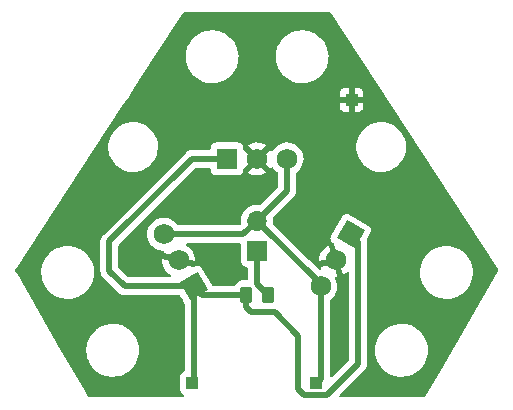
<source format=gtl>
G04 #@! TF.GenerationSoftware,KiCad,Pcbnew,(6.0.7-1)-1*
G04 #@! TF.CreationDate,2022-12-01T13:28:40-08:00*
G04 #@! TF.ProjectId,can-hub-pcb,63616e2d-6875-4622-9d70-63622e6b6963,rev?*
G04 #@! TF.SameCoordinates,Original*
G04 #@! TF.FileFunction,Copper,L1,Top*
G04 #@! TF.FilePolarity,Positive*
%FSLAX46Y46*%
G04 Gerber Fmt 4.6, Leading zero omitted, Abs format (unit mm)*
G04 Created by KiCad (PCBNEW (6.0.7-1)-1) date 2022-12-01 13:28:40*
%MOMM*%
%LPD*%
G01*
G04 APERTURE LIST*
G04 Aperture macros list*
%AMRoundRect*
0 Rectangle with rounded corners*
0 $1 Rounding radius*
0 $2 $3 $4 $5 $6 $7 $8 $9 X,Y pos of 4 corners*
0 Add a 4 corners polygon primitive as box body*
4,1,4,$2,$3,$4,$5,$6,$7,$8,$9,$2,$3,0*
0 Add four circle primitives for the rounded corners*
1,1,$1+$1,$2,$3*
1,1,$1+$1,$4,$5*
1,1,$1+$1,$6,$7*
1,1,$1+$1,$8,$9*
0 Add four rect primitives between the rounded corners*
20,1,$1+$1,$2,$3,$4,$5,0*
20,1,$1+$1,$4,$5,$6,$7,0*
20,1,$1+$1,$6,$7,$8,$9,0*
20,1,$1+$1,$8,$9,$2,$3,0*%
%AMRotRect*
0 Rectangle, with rotation*
0 The origin of the aperture is its center*
0 $1 length*
0 $2 width*
0 $3 Rotation angle, in degrees counterclockwise*
0 Add horizontal line*
21,1,$1,$2,0,0,$3*%
G04 Aperture macros list end*
G04 #@! TA.AperFunction,ComponentPad*
%ADD10R,1.700000X1.700000*%
G04 #@! TD*
G04 #@! TA.AperFunction,ComponentPad*
%ADD11O,1.700000X1.700000*%
G04 #@! TD*
G04 #@! TA.AperFunction,SMDPad,CuDef*
%ADD12RoundRect,0.250000X0.262500X0.450000X-0.262500X0.450000X-0.262500X-0.450000X0.262500X-0.450000X0*%
G04 #@! TD*
G04 #@! TA.AperFunction,SMDPad,CuDef*
%ADD13R,1.000000X1.000000*%
G04 #@! TD*
G04 #@! TA.AperFunction,ComponentPad*
%ADD14R,1.755000X1.755000*%
G04 #@! TD*
G04 #@! TA.AperFunction,ComponentPad*
%ADD15C,1.755000*%
G04 #@! TD*
G04 #@! TA.AperFunction,ComponentPad*
%ADD16RotRect,1.755000X1.755000X60.000000*%
G04 #@! TD*
G04 #@! TA.AperFunction,ComponentPad*
%ADD17RotRect,1.755000X1.755000X300.000000*%
G04 #@! TD*
G04 #@! TA.AperFunction,Conductor*
%ADD18C,0.500000*%
G04 #@! TD*
G04 APERTURE END LIST*
D10*
X157500000Y-100775000D03*
D11*
X157500000Y-98235000D03*
D12*
X158412500Y-104500000D03*
X156587500Y-104500000D03*
D13*
X152000000Y-112000000D03*
D14*
X154960000Y-93006000D03*
D15*
X157500000Y-93006000D03*
X160040000Y-93006000D03*
D16*
X165417000Y-99392000D03*
D15*
X164147000Y-101591705D03*
X162877000Y-103791409D03*
D17*
X152123000Y-103791000D03*
D15*
X150853000Y-101591295D03*
X149583000Y-99391591D03*
D13*
X165500000Y-88000000D03*
X162500000Y-112000000D03*
D18*
X162877000Y-111623000D02*
X162500000Y-112000000D01*
X160040000Y-93006000D02*
X160040000Y-95695000D01*
X157500000Y-98235000D02*
X162877000Y-103612000D01*
X160040000Y-95695000D02*
X157500000Y-98235000D01*
X162877000Y-103612000D02*
X162877000Y-103791409D01*
X149583000Y-99391591D02*
X156343409Y-99391591D01*
X162877000Y-103791409D02*
X162877000Y-111623000D01*
X156343409Y-99391591D02*
X157500000Y-98235000D01*
X161000000Y-108000000D02*
X161000000Y-112500000D01*
X166059374Y-100034374D02*
X166059374Y-110340626D01*
X146291000Y-103791000D02*
X152123000Y-103791000D01*
X165417000Y-99392000D02*
X166059374Y-100034374D01*
X151994000Y-93006000D02*
X145000000Y-100000000D01*
X163400000Y-113000000D02*
X161500000Y-113000000D01*
X152832000Y-104500000D02*
X152123000Y-103791000D01*
X157000000Y-106000000D02*
X156587500Y-105587500D01*
X152123000Y-111877000D02*
X152000000Y-112000000D01*
X161500000Y-113000000D02*
X161000000Y-112500000D01*
X157000000Y-106000000D02*
X159000000Y-106000000D01*
X156587500Y-105587500D02*
X156587500Y-104500000D01*
X159000000Y-106000000D02*
X161000000Y-108000000D01*
X145000000Y-102500000D02*
X146291000Y-103791000D01*
X152123000Y-103791000D02*
X152123000Y-111877000D01*
X154960000Y-93006000D02*
X151994000Y-93006000D01*
X145000000Y-100000000D02*
X145000000Y-102500000D01*
X156587500Y-104500000D02*
X152832000Y-104500000D01*
X166059374Y-110340626D02*
X163400000Y-113000000D01*
X157500000Y-103587500D02*
X158412500Y-104500000D01*
X157500000Y-100775000D02*
X157500000Y-103587500D01*
G04 #@! TA.AperFunction,Conductor*
G36*
X163723852Y-80628502D02*
G01*
X163761363Y-80665814D01*
X177861984Y-102351597D01*
X177882349Y-102419610D01*
X177865571Y-102483107D01*
X172946350Y-111034982D01*
X171742214Y-113128326D01*
X171690909Y-113177401D01*
X171632994Y-113191500D01*
X164585371Y-113191500D01*
X164517250Y-113171498D01*
X164470757Y-113117842D01*
X164460653Y-113047568D01*
X164490147Y-112982988D01*
X164496276Y-112976405D01*
X166548285Y-110924396D01*
X166562697Y-110912010D01*
X166574292Y-110903477D01*
X166574297Y-110903472D01*
X166580192Y-110899134D01*
X166584931Y-110893556D01*
X166584934Y-110893553D01*
X166614409Y-110858858D01*
X166621339Y-110851342D01*
X166627035Y-110845646D01*
X166629298Y-110842785D01*
X166629303Y-110842780D01*
X166644667Y-110823360D01*
X166647456Y-110819959D01*
X166649117Y-110818004D01*
X166694707Y-110764341D01*
X166698033Y-110757828D01*
X166701394Y-110752789D01*
X166704570Y-110747647D01*
X166709108Y-110741910D01*
X166740029Y-110675751D01*
X166741935Y-110671851D01*
X166750650Y-110654784D01*
X166775143Y-110606818D01*
X166776882Y-110599709D01*
X166778978Y-110594075D01*
X166780897Y-110588305D01*
X166783996Y-110581676D01*
X166790133Y-110552175D01*
X166798864Y-110510197D01*
X166799835Y-110505908D01*
X166815847Y-110440470D01*
X166817182Y-110435016D01*
X166817874Y-110423862D01*
X166817909Y-110423864D01*
X166818149Y-110419892D01*
X166818526Y-110415671D01*
X166820015Y-110408511D01*
X166817920Y-110331084D01*
X166817874Y-110327676D01*
X166817874Y-109258141D01*
X167486451Y-109258141D01*
X167486814Y-109262289D01*
X167486814Y-109262293D01*
X167511946Y-109549554D01*
X167511947Y-109549562D01*
X167512311Y-109553720D01*
X167577036Y-109843282D01*
X167578478Y-109847202D01*
X167578480Y-109847208D01*
X167656990Y-110060594D01*
X167679488Y-110121741D01*
X167681439Y-110125441D01*
X167681441Y-110125446D01*
X167797313Y-110345216D01*
X167817869Y-110384203D01*
X167989747Y-110626058D01*
X168192101Y-110843057D01*
X168421377Y-111031386D01*
X168673547Y-111187738D01*
X168944181Y-111309366D01*
X169116849Y-111360841D01*
X169224524Y-111392940D01*
X169224526Y-111392940D01*
X169228523Y-111394132D01*
X169232643Y-111394785D01*
X169232645Y-111394785D01*
X169250040Y-111397540D01*
X169521578Y-111440547D01*
X169566605Y-111442592D01*
X169612956Y-111444697D01*
X169612975Y-111444697D01*
X169614375Y-111444761D01*
X169799723Y-111444761D01*
X170020515Y-111430096D01*
X170311369Y-111371449D01*
X170591912Y-111274851D01*
X170595655Y-111272977D01*
X170595659Y-111272975D01*
X170853471Y-111143872D01*
X170853473Y-111143871D01*
X170857215Y-111141997D01*
X170985564Y-111054771D01*
X171099158Y-110977573D01*
X171099161Y-110977571D01*
X171102617Y-110975222D01*
X171323805Y-110777457D01*
X171326874Y-110773877D01*
X171481214Y-110593805D01*
X171516895Y-110552175D01*
X171519170Y-110548672D01*
X171676222Y-110306833D01*
X171676224Y-110306830D01*
X171678494Y-110303334D01*
X171805763Y-110035307D01*
X171807174Y-110030912D01*
X171895185Y-109756791D01*
X171895186Y-109756785D01*
X171896465Y-109752803D01*
X171931623Y-109557400D01*
X171948268Y-109464893D01*
X171948269Y-109464888D01*
X171949007Y-109460784D01*
X171949216Y-109456201D01*
X171962278Y-109168551D01*
X171962278Y-109168546D01*
X171962467Y-109164381D01*
X171954456Y-109072814D01*
X171936972Y-108872968D01*
X171936971Y-108872960D01*
X171936607Y-108868802D01*
X171871882Y-108579240D01*
X171870288Y-108574905D01*
X171770877Y-108304713D01*
X171770875Y-108304709D01*
X171769430Y-108300781D01*
X171757038Y-108277276D01*
X171633002Y-108042023D01*
X171633001Y-108042022D01*
X171631049Y-108038319D01*
X171459171Y-107796464D01*
X171256817Y-107579465D01*
X171142179Y-107485301D01*
X171030766Y-107393785D01*
X171027541Y-107391136D01*
X170775371Y-107234784D01*
X170504737Y-107113156D01*
X170332069Y-107061681D01*
X170224394Y-107029582D01*
X170224392Y-107029582D01*
X170220395Y-107028390D01*
X170216275Y-107027737D01*
X170216273Y-107027737D01*
X170097353Y-107008902D01*
X169927340Y-106981975D01*
X169882313Y-106979930D01*
X169835962Y-106977825D01*
X169835943Y-106977825D01*
X169834543Y-106977761D01*
X169649195Y-106977761D01*
X169428403Y-106992426D01*
X169137549Y-107051073D01*
X168857006Y-107147671D01*
X168853263Y-107149545D01*
X168853259Y-107149547D01*
X168679455Y-107236582D01*
X168591703Y-107280525D01*
X168588238Y-107282880D01*
X168429546Y-107390727D01*
X168346301Y-107447300D01*
X168125113Y-107645065D01*
X167932023Y-107870347D01*
X167929749Y-107873849D01*
X167929748Y-107873850D01*
X167825157Y-108034907D01*
X167770424Y-108119188D01*
X167643155Y-108387215D01*
X167641876Y-108391198D01*
X167641875Y-108391201D01*
X167553865Y-108665322D01*
X167552453Y-108669719D01*
X167551712Y-108673838D01*
X167515603Y-108874527D01*
X167499911Y-108961738D01*
X167499722Y-108965905D01*
X167499721Y-108965912D01*
X167490538Y-109168142D01*
X167486451Y-109258141D01*
X166817874Y-109258141D01*
X166817874Y-102659028D01*
X171296451Y-102659028D01*
X171296814Y-102663176D01*
X171296814Y-102663180D01*
X171321946Y-102950441D01*
X171321947Y-102950449D01*
X171322311Y-102954607D01*
X171387036Y-103244169D01*
X171388478Y-103248089D01*
X171388480Y-103248095D01*
X171465233Y-103456704D01*
X171489488Y-103522628D01*
X171491439Y-103526328D01*
X171491441Y-103526333D01*
X171610579Y-103752297D01*
X171627869Y-103785090D01*
X171799747Y-104026945D01*
X172002101Y-104243944D01*
X172005326Y-104246593D01*
X172224146Y-104426333D01*
X172231377Y-104432273D01*
X172483547Y-104588625D01*
X172754181Y-104710253D01*
X172926849Y-104761728D01*
X173034524Y-104793827D01*
X173034526Y-104793827D01*
X173038523Y-104795019D01*
X173042643Y-104795672D01*
X173042645Y-104795672D01*
X173161565Y-104814507D01*
X173331578Y-104841434D01*
X173376605Y-104843479D01*
X173422956Y-104845584D01*
X173422975Y-104845584D01*
X173424375Y-104845648D01*
X173609723Y-104845648D01*
X173830515Y-104830983D01*
X174121369Y-104772336D01*
X174352412Y-104692782D01*
X174397948Y-104677103D01*
X174397949Y-104677102D01*
X174401912Y-104675738D01*
X174405655Y-104673864D01*
X174405659Y-104673862D01*
X174663471Y-104544759D01*
X174663473Y-104544758D01*
X174667215Y-104542884D01*
X174826733Y-104434476D01*
X174909158Y-104378460D01*
X174909161Y-104378458D01*
X174912617Y-104376109D01*
X175133805Y-104178344D01*
X175136874Y-104174764D01*
X175324177Y-103956233D01*
X175326895Y-103953062D01*
X175329170Y-103949559D01*
X175486222Y-103707720D01*
X175486224Y-103707717D01*
X175488494Y-103704221D01*
X175500708Y-103678500D01*
X175551507Y-103571517D01*
X175615763Y-103436194D01*
X175639486Y-103362306D01*
X175705185Y-103157678D01*
X175705186Y-103157672D01*
X175706465Y-103153690D01*
X175734911Y-102995595D01*
X175758268Y-102865780D01*
X175758269Y-102865775D01*
X175759007Y-102861671D01*
X175759216Y-102857088D01*
X175772278Y-102569438D01*
X175772278Y-102569433D01*
X175772467Y-102565268D01*
X175770632Y-102544293D01*
X175746972Y-102273855D01*
X175746971Y-102273847D01*
X175746607Y-102269689D01*
X175725085Y-102173406D01*
X175682795Y-101984211D01*
X175682795Y-101984209D01*
X175681882Y-101980127D01*
X175680288Y-101975792D01*
X175580877Y-101705600D01*
X175580875Y-101705596D01*
X175579430Y-101701668D01*
X175575959Y-101695083D01*
X175443002Y-101442910D01*
X175443001Y-101442909D01*
X175441049Y-101439206D01*
X175269171Y-101197351D01*
X175066817Y-100980352D01*
X174837541Y-100792023D01*
X174585371Y-100635671D01*
X174314737Y-100514043D01*
X174112790Y-100453840D01*
X174034394Y-100430469D01*
X174034392Y-100430469D01*
X174030395Y-100429277D01*
X174026275Y-100428624D01*
X174026273Y-100428624D01*
X173907353Y-100409789D01*
X173737340Y-100382862D01*
X173692313Y-100380817D01*
X173645962Y-100378712D01*
X173645943Y-100378712D01*
X173644543Y-100378648D01*
X173459195Y-100378648D01*
X173238403Y-100393313D01*
X172947549Y-100451960D01*
X172667006Y-100548558D01*
X172663263Y-100550432D01*
X172663259Y-100550434D01*
X172406264Y-100679128D01*
X172401703Y-100681412D01*
X172304625Y-100747386D01*
X172160030Y-100845653D01*
X172156301Y-100848187D01*
X171935113Y-101045952D01*
X171742023Y-101271234D01*
X171739749Y-101274736D01*
X171739748Y-101274737D01*
X171635157Y-101435794D01*
X171580424Y-101520075D01*
X171578636Y-101523841D01*
X171578633Y-101523846D01*
X171560092Y-101562894D01*
X171453155Y-101788102D01*
X171451876Y-101792085D01*
X171451875Y-101792088D01*
X171363865Y-102066209D01*
X171362453Y-102070606D01*
X171349646Y-102141785D01*
X171318078Y-102317236D01*
X171309911Y-102362625D01*
X171309722Y-102366792D01*
X171309721Y-102366799D01*
X171296877Y-102649637D01*
X171296451Y-102659028D01*
X166817874Y-102659028D01*
X166817874Y-100101444D01*
X166819307Y-100082494D01*
X166821473Y-100068259D01*
X166821473Y-100068255D01*
X166822573Y-100061025D01*
X166819485Y-100023053D01*
X166818289Y-100008356D01*
X166817874Y-99998141D01*
X166817874Y-99990081D01*
X166814585Y-99961867D01*
X166814152Y-99957492D01*
X166808828Y-99892035D01*
X166808827Y-99892032D01*
X166808234Y-99884737D01*
X166805978Y-99877773D01*
X166804787Y-99871814D01*
X166803403Y-99865959D01*
X166802556Y-99858693D01*
X166800060Y-99851817D01*
X166798375Y-99844688D01*
X166800778Y-99844120D01*
X166797067Y-99784958D01*
X166810829Y-99749818D01*
X167003425Y-99416230D01*
X167080128Y-99283377D01*
X167084414Y-99273661D01*
X167102183Y-99233374D01*
X167102184Y-99233369D01*
X167105369Y-99226149D01*
X167129284Y-99082467D01*
X167111911Y-98937850D01*
X167054648Y-98803921D01*
X167048944Y-98796989D01*
X166967119Y-98697551D01*
X166967118Y-98697550D01*
X166962096Y-98691447D01*
X166955722Y-98686782D01*
X166955720Y-98686780D01*
X166914370Y-98656516D01*
X166914364Y-98656512D01*
X166911623Y-98654506D01*
X166908680Y-98652807D01*
X166908671Y-98652801D01*
X165785419Y-98004292D01*
X165308377Y-97728872D01*
X165298661Y-97724586D01*
X165258374Y-97706817D01*
X165258369Y-97706816D01*
X165251149Y-97703631D01*
X165243360Y-97702335D01*
X165243358Y-97702334D01*
X165116325Y-97681190D01*
X165116322Y-97681190D01*
X165107467Y-97679716D01*
X165063212Y-97685032D01*
X164971762Y-97696018D01*
X164971759Y-97696019D01*
X164962850Y-97697089D01*
X164828921Y-97754352D01*
X164821990Y-97760056D01*
X164821989Y-97760056D01*
X164816826Y-97764305D01*
X164716447Y-97846904D01*
X164711782Y-97853278D01*
X164711780Y-97853280D01*
X164681516Y-97894630D01*
X164681512Y-97894636D01*
X164679506Y-97897377D01*
X164677807Y-97900320D01*
X164677801Y-97900329D01*
X164096789Y-98906673D01*
X163753872Y-99500623D01*
X163752496Y-99503743D01*
X163731817Y-99550626D01*
X163731816Y-99550631D01*
X163728631Y-99557851D01*
X163727335Y-99565640D01*
X163727334Y-99565642D01*
X163720727Y-99605341D01*
X163704716Y-99701533D01*
X163705787Y-99710447D01*
X163720714Y-99834701D01*
X163722089Y-99846150D01*
X163779352Y-99980079D01*
X163785056Y-99987010D01*
X163785056Y-99987011D01*
X163839958Y-100053730D01*
X163871904Y-100092553D01*
X163878278Y-100097218D01*
X163878280Y-100097220D01*
X163919630Y-100127484D01*
X163919636Y-100127488D01*
X163922377Y-100129494D01*
X163925320Y-100131193D01*
X163925329Y-100131199D01*
X163990493Y-100168821D01*
X164039486Y-100220204D01*
X164049200Y-100245329D01*
X164369098Y-101439206D01*
X164740208Y-102824207D01*
X164746966Y-102835293D01*
X164762640Y-102833013D01*
X164854225Y-102788146D01*
X164863073Y-102782872D01*
X165040143Y-102656569D01*
X165048005Y-102649925D01*
X165085934Y-102612128D01*
X165148306Y-102578212D01*
X165219113Y-102583400D01*
X165275874Y-102626046D01*
X165300568Y-102692610D01*
X165300874Y-102701379D01*
X165300874Y-109974255D01*
X165280872Y-110042376D01*
X165263969Y-110063350D01*
X163850595Y-111476724D01*
X163788283Y-111510750D01*
X163717468Y-111505685D01*
X163660632Y-111463138D01*
X163635821Y-111396618D01*
X163635500Y-111387629D01*
X163635500Y-105017822D01*
X163655502Y-104949701D01*
X163688331Y-104915243D01*
X163770467Y-104856656D01*
X163774670Y-104853658D01*
X163783119Y-104845239D01*
X163858054Y-104770565D01*
X163936109Y-104692782D01*
X163947376Y-104677103D01*
X164066087Y-104511898D01*
X164069105Y-104507698D01*
X164086467Y-104472570D01*
X164167793Y-104308020D01*
X164167794Y-104308018D01*
X164170087Y-104303378D01*
X164236341Y-104085309D01*
X164266090Y-103859347D01*
X164267750Y-103791409D01*
X164249075Y-103564263D01*
X164193552Y-103343218D01*
X164111956Y-103155558D01*
X164103136Y-103085114D01*
X164133803Y-103021082D01*
X164194219Y-102983794D01*
X164211496Y-102980339D01*
X164236673Y-102977114D01*
X164249752Y-102971383D01*
X164250023Y-102957574D01*
X163972084Y-101920288D01*
X163963817Y-101906727D01*
X163962160Y-101905922D01*
X163954313Y-101906295D01*
X162912094Y-102185557D01*
X162899714Y-102193103D01*
X162901185Y-102206472D01*
X162904139Y-102213748D01*
X162908012Y-102221414D01*
X162920875Y-102291235D01*
X162893947Y-102356927D01*
X162835778Y-102397632D01*
X162794003Y-102404218D01*
X162792535Y-102404200D01*
X162724665Y-102383364D01*
X162704985Y-102367304D01*
X161900575Y-101562894D01*
X162757464Y-101562894D01*
X162764267Y-101680881D01*
X162769013Y-101694161D01*
X162779805Y-101695083D01*
X163818417Y-101416789D01*
X163831978Y-101408522D01*
X163832783Y-101406865D01*
X163832410Y-101399018D01*
X163553598Y-100358480D01*
X163546258Y-100346439D01*
X163536091Y-100347655D01*
X163410759Y-100412898D01*
X163402034Y-100418392D01*
X163228113Y-100548975D01*
X163220406Y-100555818D01*
X163070145Y-100713057D01*
X163063659Y-100721067D01*
X162941105Y-100900724D01*
X162936007Y-100909698D01*
X162844441Y-101106960D01*
X162840878Y-101116647D01*
X162782759Y-101326216D01*
X162780828Y-101336336D01*
X162757716Y-101552605D01*
X162757464Y-101562894D01*
X161900575Y-101562894D01*
X158879609Y-98541928D01*
X158845583Y-98479616D01*
X158843782Y-98436389D01*
X158861529Y-98301590D01*
X158863156Y-98235000D01*
X158845870Y-98024747D01*
X158860223Y-97955219D01*
X158882351Y-97925330D01*
X160528911Y-96278770D01*
X160543323Y-96266384D01*
X160554918Y-96257851D01*
X160554923Y-96257846D01*
X160560818Y-96253508D01*
X160565557Y-96247930D01*
X160565560Y-96247927D01*
X160595035Y-96213232D01*
X160601965Y-96205716D01*
X160607660Y-96200021D01*
X160625281Y-96177749D01*
X160628072Y-96174345D01*
X160670591Y-96124297D01*
X160670592Y-96124295D01*
X160675333Y-96118715D01*
X160678661Y-96112199D01*
X160682020Y-96107162D01*
X160685194Y-96102023D01*
X160689734Y-96096284D01*
X160720636Y-96030163D01*
X160722569Y-96026209D01*
X160726239Y-96019021D01*
X160755769Y-95961192D01*
X160757510Y-95954076D01*
X160759604Y-95948446D01*
X160761523Y-95942679D01*
X160764621Y-95936050D01*
X160779483Y-95864600D01*
X160780453Y-95860315D01*
X160796473Y-95794844D01*
X160797808Y-95789390D01*
X160798500Y-95778236D01*
X160798536Y-95778238D01*
X160798775Y-95774248D01*
X160799150Y-95770050D01*
X160800640Y-95762885D01*
X160798546Y-95685479D01*
X160798500Y-95682072D01*
X160798500Y-94232413D01*
X160818502Y-94164292D01*
X160851331Y-94129834D01*
X160933467Y-94071247D01*
X160937670Y-94068249D01*
X160970460Y-94035574D01*
X161095448Y-93911021D01*
X161099109Y-93907373D01*
X161111234Y-93890500D01*
X161229087Y-93726489D01*
X161232105Y-93722289D01*
X161240821Y-93704655D01*
X161330793Y-93522611D01*
X161330794Y-93522609D01*
X161333087Y-93517969D01*
X161399341Y-93299900D01*
X161429090Y-93073938D01*
X161430750Y-93006000D01*
X161412075Y-92778854D01*
X161356552Y-92557809D01*
X161293774Y-92413429D01*
X161267733Y-92353537D01*
X161267731Y-92353534D01*
X161265673Y-92348800D01*
X161141877Y-92157441D01*
X161135551Y-92150488D01*
X161119368Y-92132703D01*
X165890743Y-92132703D01*
X165891302Y-92136947D01*
X165891302Y-92136951D01*
X165897734Y-92185803D01*
X165928268Y-92417734D01*
X166004129Y-92695036D01*
X166116923Y-92959476D01*
X166264561Y-93206161D01*
X166444313Y-93430528D01*
X166652851Y-93628423D01*
X166675787Y-93644904D01*
X166868702Y-93783528D01*
X166886317Y-93796186D01*
X166890112Y-93798195D01*
X166890113Y-93798196D01*
X166911869Y-93809715D01*
X167140392Y-93930712D01*
X167164699Y-93939607D01*
X167333051Y-94001215D01*
X167410373Y-94029511D01*
X167691264Y-94090755D01*
X167719841Y-94093004D01*
X167914282Y-94108307D01*
X167914291Y-94108307D01*
X167916739Y-94108500D01*
X168072271Y-94108500D01*
X168074407Y-94108354D01*
X168074418Y-94108354D01*
X168282548Y-94094165D01*
X168282554Y-94094164D01*
X168286825Y-94093873D01*
X168291020Y-94093004D01*
X168291022Y-94093004D01*
X168428165Y-94064603D01*
X168568342Y-94035574D01*
X168839343Y-93939607D01*
X169094812Y-93807750D01*
X169098313Y-93805289D01*
X169098317Y-93805287D01*
X169241501Y-93704655D01*
X169330023Y-93642441D01*
X169463971Y-93517969D01*
X169537479Y-93449661D01*
X169537481Y-93449658D01*
X169540622Y-93446740D01*
X169722713Y-93224268D01*
X169872927Y-92979142D01*
X169988483Y-92715898D01*
X170067244Y-92439406D01*
X170102793Y-92189621D01*
X170107146Y-92159036D01*
X170107146Y-92159034D01*
X170107751Y-92154784D01*
X170107845Y-92136951D01*
X170109235Y-91871583D01*
X170109235Y-91871576D01*
X170109257Y-91867297D01*
X170108424Y-91860964D01*
X170090169Y-91722312D01*
X170071732Y-91582266D01*
X169995871Y-91304964D01*
X169883077Y-91040524D01*
X169735439Y-90793839D01*
X169555687Y-90569472D01*
X169347149Y-90371577D01*
X169113683Y-90203814D01*
X169091843Y-90192250D01*
X169068654Y-90179972D01*
X168859608Y-90069288D01*
X168589627Y-89970489D01*
X168308736Y-89909245D01*
X168277685Y-89906801D01*
X168085718Y-89891693D01*
X168085709Y-89891693D01*
X168083261Y-89891500D01*
X167927729Y-89891500D01*
X167925593Y-89891646D01*
X167925582Y-89891646D01*
X167717452Y-89905835D01*
X167717446Y-89905836D01*
X167713175Y-89906127D01*
X167708980Y-89906996D01*
X167708978Y-89906996D01*
X167572416Y-89935277D01*
X167431658Y-89964426D01*
X167160657Y-90060393D01*
X166905188Y-90192250D01*
X166901687Y-90194711D01*
X166901683Y-90194713D01*
X166891594Y-90201804D01*
X166669977Y-90357559D01*
X166459378Y-90553260D01*
X166277287Y-90775732D01*
X166127073Y-91020858D01*
X166011517Y-91284102D01*
X165932756Y-91560594D01*
X165909512Y-91723919D01*
X165894093Y-91832262D01*
X165892249Y-91845216D01*
X165892227Y-91849505D01*
X165892226Y-91849512D01*
X165890765Y-92128417D01*
X165890743Y-92132703D01*
X161119368Y-92132703D01*
X160991967Y-91992692D01*
X160991965Y-91992691D01*
X160988489Y-91988870D01*
X160984438Y-91985671D01*
X160984434Y-91985667D01*
X160813683Y-91850816D01*
X160813678Y-91850813D01*
X160809629Y-91847615D01*
X160805113Y-91845122D01*
X160805110Y-91845120D01*
X160614624Y-91739966D01*
X160614620Y-91739964D01*
X160610100Y-91737469D01*
X160605231Y-91735745D01*
X160605227Y-91735743D01*
X160400136Y-91663116D01*
X160400132Y-91663115D01*
X160395261Y-91661390D01*
X160390168Y-91660483D01*
X160390165Y-91660482D01*
X160175970Y-91622328D01*
X160175964Y-91622327D01*
X160170881Y-91621422D01*
X160097469Y-91620525D01*
X159948156Y-91618701D01*
X159948154Y-91618701D01*
X159942986Y-91618638D01*
X159717697Y-91653112D01*
X159501063Y-91723919D01*
X159496475Y-91726307D01*
X159496471Y-91726309D01*
X159303491Y-91826768D01*
X159298902Y-91829157D01*
X159294769Y-91832260D01*
X159294766Y-91832262D01*
X159120780Y-91962895D01*
X159116645Y-91966000D01*
X158959184Y-92130773D01*
X158875253Y-92253812D01*
X158873505Y-92256374D01*
X158818594Y-92301377D01*
X158748069Y-92309548D01*
X158684322Y-92278294D01*
X158663626Y-92253812D01*
X158652951Y-92237312D01*
X158642264Y-92228108D01*
X158632699Y-92232511D01*
X157872022Y-92993188D01*
X157864408Y-93007132D01*
X157864539Y-93008965D01*
X157868790Y-93015580D01*
X158630179Y-93776969D01*
X158642190Y-93783528D01*
X158653929Y-93774560D01*
X158668166Y-93754747D01*
X158724161Y-93711100D01*
X158794865Y-93704655D01*
X158857829Y-93737458D01*
X158877921Y-93762439D01*
X158917720Y-93827385D01*
X159066943Y-93999653D01*
X159176676Y-94090755D01*
X159235985Y-94139994D01*
X159275620Y-94198896D01*
X159281500Y-94236938D01*
X159281500Y-95328629D01*
X159261498Y-95396750D01*
X159244595Y-95417724D01*
X157807296Y-96855023D01*
X157744984Y-96889049D01*
X157696105Y-96889975D01*
X157628284Y-96877894D01*
X157554452Y-96876992D01*
X157410081Y-96875228D01*
X157410079Y-96875228D01*
X157404911Y-96875165D01*
X157184091Y-96908955D01*
X156971756Y-96978357D01*
X156773607Y-97081507D01*
X156769474Y-97084610D01*
X156769471Y-97084612D01*
X156599100Y-97212530D01*
X156594965Y-97215635D01*
X156440629Y-97377138D01*
X156314743Y-97561680D01*
X156312564Y-97566375D01*
X156226946Y-97750824D01*
X156220688Y-97764305D01*
X156160989Y-97979570D01*
X156137251Y-98201695D01*
X156137548Y-98206848D01*
X156137548Y-98206851D01*
X156138924Y-98230711D01*
X156150110Y-98424715D01*
X156151247Y-98429760D01*
X156151966Y-98434877D01*
X156150518Y-98435081D01*
X156146398Y-98499274D01*
X156117119Y-98545200D01*
X156066133Y-98596186D01*
X156003821Y-98630212D01*
X155977038Y-98633091D01*
X150811694Y-98633091D01*
X150743573Y-98613089D01*
X150705903Y-98575532D01*
X150687689Y-98547378D01*
X150687686Y-98547374D01*
X150684877Y-98543032D01*
X150645061Y-98499274D01*
X150534967Y-98378283D01*
X150534965Y-98378282D01*
X150531489Y-98374461D01*
X150527438Y-98371262D01*
X150527434Y-98371258D01*
X150356683Y-98236407D01*
X150356678Y-98236404D01*
X150352629Y-98233206D01*
X150348113Y-98230713D01*
X150348110Y-98230711D01*
X150157624Y-98125557D01*
X150157620Y-98125555D01*
X150153100Y-98123060D01*
X150148231Y-98121336D01*
X150148227Y-98121334D01*
X149943136Y-98048707D01*
X149943132Y-98048706D01*
X149938261Y-98046981D01*
X149933168Y-98046074D01*
X149933165Y-98046073D01*
X149718970Y-98007919D01*
X149718964Y-98007918D01*
X149713881Y-98007013D01*
X149640469Y-98006116D01*
X149491156Y-98004292D01*
X149491154Y-98004292D01*
X149485986Y-98004229D01*
X149260697Y-98038703D01*
X149044063Y-98109510D01*
X149039475Y-98111898D01*
X149039471Y-98111900D01*
X148857072Y-98206851D01*
X148841902Y-98214748D01*
X148837769Y-98217851D01*
X148837766Y-98217853D01*
X148663780Y-98348486D01*
X148659645Y-98351591D01*
X148594696Y-98419556D01*
X148518516Y-98499274D01*
X148502184Y-98516364D01*
X148373750Y-98704641D01*
X148277791Y-98911368D01*
X148216884Y-99130990D01*
X148192665Y-99357612D01*
X148205785Y-99585146D01*
X148206920Y-99590183D01*
X148206921Y-99590189D01*
X148242895Y-99749818D01*
X148255890Y-99807482D01*
X148257834Y-99812268D01*
X148257835Y-99812273D01*
X148338620Y-100011221D01*
X148341636Y-100018649D01*
X148460720Y-100212976D01*
X148609943Y-100385244D01*
X148756998Y-100507331D01*
X148765083Y-100514043D01*
X148785299Y-100530827D01*
X148789751Y-100533429D01*
X148789756Y-100533432D01*
X148968494Y-100637878D01*
X148982077Y-100645815D01*
X149194993Y-100727119D01*
X149200061Y-100728150D01*
X149200064Y-100728151D01*
X149294607Y-100747386D01*
X149418330Y-100772558D01*
X149423505Y-100772748D01*
X149423507Y-100772748D01*
X149454275Y-100773876D01*
X149511151Y-100775961D01*
X149578492Y-100798445D01*
X149622988Y-100853768D01*
X149630511Y-100924365D01*
X149620822Y-100954926D01*
X149610595Y-100976959D01*
X149608598Y-100990260D01*
X149621400Y-100998329D01*
X150862159Y-101330789D01*
X152218852Y-101694314D01*
X152233200Y-101693972D01*
X152238664Y-101681419D01*
X152241151Y-101662530D01*
X152241670Y-101655855D01*
X152243166Y-101594659D01*
X152242972Y-101587941D01*
X152225004Y-101369392D01*
X152223319Y-101359212D01*
X152170336Y-101148278D01*
X152167016Y-101138527D01*
X152080290Y-100939069D01*
X152075423Y-100929994D01*
X151957289Y-100747386D01*
X151950997Y-100739215D01*
X151804625Y-100578355D01*
X151797092Y-100571329D01*
X151626409Y-100436533D01*
X151617822Y-100430828D01*
X151537340Y-100386399D01*
X151487370Y-100335966D01*
X151472598Y-100266524D01*
X151497715Y-100200118D01*
X151554746Y-100157834D01*
X151598234Y-100150091D01*
X156015500Y-100150091D01*
X156083621Y-100170093D01*
X156130114Y-100223749D01*
X156141500Y-100276091D01*
X156141500Y-101673134D01*
X156148255Y-101735316D01*
X156199385Y-101871705D01*
X156286739Y-101988261D01*
X156403295Y-102075615D01*
X156539684Y-102126745D01*
X156601866Y-102133500D01*
X156615500Y-102133500D01*
X156683621Y-102153502D01*
X156730114Y-102207158D01*
X156741500Y-102259500D01*
X156741500Y-103165500D01*
X156721498Y-103233621D01*
X156667842Y-103280114D01*
X156615500Y-103291500D01*
X156274600Y-103291500D01*
X156271354Y-103291837D01*
X156271350Y-103291837D01*
X156175692Y-103301762D01*
X156175688Y-103301763D01*
X156168834Y-103302474D01*
X156162298Y-103304655D01*
X156162296Y-103304655D01*
X156060914Y-103338479D01*
X156001054Y-103358450D01*
X155850652Y-103451522D01*
X155725695Y-103576697D01*
X155662943Y-103678500D01*
X155661022Y-103681616D01*
X155608250Y-103729109D01*
X155553762Y-103741500D01*
X153767582Y-103741500D01*
X153699461Y-103721498D01*
X153658463Y-103678500D01*
X152862199Y-102299329D01*
X152862193Y-102299320D01*
X152860494Y-102296377D01*
X152858488Y-102293636D01*
X152858484Y-102293630D01*
X152828220Y-102252280D01*
X152828218Y-102252278D01*
X152823553Y-102245904D01*
X152815386Y-102239183D01*
X152718011Y-102159056D01*
X152718010Y-102159056D01*
X152711079Y-102153352D01*
X152577150Y-102096089D01*
X152568241Y-102095019D01*
X152568238Y-102095018D01*
X152474720Y-102083784D01*
X152432533Y-102078716D01*
X152423678Y-102080190D01*
X152423675Y-102080190D01*
X152296642Y-102101334D01*
X152296640Y-102101335D01*
X152288851Y-102102631D01*
X152281631Y-102105816D01*
X152281626Y-102105817D01*
X152241339Y-102123586D01*
X152231623Y-102127872D01*
X152185461Y-102154524D01*
X152163508Y-102167198D01*
X152094512Y-102183936D01*
X152067897Y-102179786D01*
X150791135Y-101837678D01*
X149488506Y-101488640D01*
X149474679Y-101488970D01*
X149469041Y-101502365D01*
X149463715Y-101552196D01*
X149463464Y-101562484D01*
X149475985Y-101779621D01*
X149477418Y-101789823D01*
X149525231Y-102001987D01*
X149528314Y-102011827D01*
X149610137Y-102213332D01*
X149614790Y-102222543D01*
X149728424Y-102407975D01*
X149734508Y-102416288D01*
X149876910Y-102580682D01*
X149884272Y-102587891D01*
X150051612Y-102726819D01*
X150060046Y-102732725D01*
X150171258Y-102797712D01*
X150219981Y-102849351D01*
X150233052Y-102919134D01*
X150206320Y-102984906D01*
X150148273Y-103025784D01*
X150107687Y-103032500D01*
X146657371Y-103032500D01*
X146589250Y-103012498D01*
X146568276Y-102995595D01*
X145795405Y-102222724D01*
X145761379Y-102160412D01*
X145758500Y-102133629D01*
X145758500Y-100366371D01*
X145778502Y-100298250D01*
X145795405Y-100277276D01*
X152271276Y-93801405D01*
X152333588Y-93767379D01*
X152360371Y-93764500D01*
X153448000Y-93764500D01*
X153516121Y-93784502D01*
X153562614Y-93838158D01*
X153574000Y-93890500D01*
X153574000Y-93931634D01*
X153580755Y-93993816D01*
X153631885Y-94130205D01*
X153719239Y-94246761D01*
X153835795Y-94334115D01*
X153972184Y-94385245D01*
X154034366Y-94392000D01*
X155885634Y-94392000D01*
X155947816Y-94385245D01*
X156084205Y-94334115D01*
X156200761Y-94246761D01*
X156272562Y-94150957D01*
X156719873Y-94150957D01*
X156725154Y-94158011D01*
X156894836Y-94257166D01*
X156904119Y-94261613D01*
X157107302Y-94339201D01*
X157117200Y-94342077D01*
X157330328Y-94385438D01*
X157340556Y-94386657D01*
X157557902Y-94394628D01*
X157568188Y-94394161D01*
X157783921Y-94366525D01*
X157793999Y-94364383D01*
X158002316Y-94301884D01*
X158011914Y-94298122D01*
X158207229Y-94202439D01*
X158216074Y-94197166D01*
X158268964Y-94159440D01*
X158277365Y-94148740D01*
X158270377Y-94135587D01*
X157512812Y-93378022D01*
X157498868Y-93370408D01*
X157497035Y-93370539D01*
X157490420Y-93374790D01*
X156726633Y-94138577D01*
X156719873Y-94150957D01*
X156272562Y-94150957D01*
X156288115Y-94130205D01*
X156339245Y-93993816D01*
X156346000Y-93931634D01*
X156346000Y-93852980D01*
X156366002Y-93784859D01*
X156382905Y-93763885D01*
X157127978Y-93018812D01*
X157135592Y-93004868D01*
X157135461Y-93003035D01*
X157131210Y-92996420D01*
X156382905Y-92248115D01*
X156348879Y-92185803D01*
X156346000Y-92159020D01*
X156346000Y-92080366D01*
X156339245Y-92018184D01*
X156288115Y-91881795D01*
X156273867Y-91862784D01*
X156721580Y-91862784D01*
X156728325Y-91875115D01*
X157487188Y-92633978D01*
X157501132Y-92641592D01*
X157502965Y-92641461D01*
X157509580Y-92637210D01*
X158272969Y-91873821D01*
X158279990Y-91860964D01*
X158272429Y-91850587D01*
X158264820Y-91845532D01*
X158074429Y-91740430D01*
X158065017Y-91736200D01*
X157860008Y-91663602D01*
X157850037Y-91660968D01*
X157635923Y-91622828D01*
X157625671Y-91621859D01*
X157408191Y-91619202D01*
X157397907Y-91619922D01*
X157182922Y-91652818D01*
X157172903Y-91655205D01*
X156966170Y-91722776D01*
X156956668Y-91726771D01*
X156763759Y-91827193D01*
X156755034Y-91832687D01*
X156730033Y-91851459D01*
X156721580Y-91862784D01*
X156273867Y-91862784D01*
X156200761Y-91765239D01*
X156084205Y-91677885D01*
X155947816Y-91626755D01*
X155885634Y-91620000D01*
X154034366Y-91620000D01*
X153972184Y-91626755D01*
X153835795Y-91677885D01*
X153719239Y-91765239D01*
X153631885Y-91881795D01*
X153580755Y-92018184D01*
X153574000Y-92080366D01*
X153574000Y-92121500D01*
X153553998Y-92189621D01*
X153500342Y-92236114D01*
X153448000Y-92247500D01*
X152061070Y-92247500D01*
X152042120Y-92246067D01*
X152027885Y-92243901D01*
X152027881Y-92243901D01*
X152020651Y-92242801D01*
X152013359Y-92243394D01*
X152013356Y-92243394D01*
X151967982Y-92247085D01*
X151957767Y-92247500D01*
X151949707Y-92247500D01*
X151946073Y-92247924D01*
X151946067Y-92247924D01*
X151933042Y-92249443D01*
X151921480Y-92250791D01*
X151917132Y-92251221D01*
X151895059Y-92253016D01*
X151851662Y-92256546D01*
X151851659Y-92256547D01*
X151844364Y-92257140D01*
X151837400Y-92259396D01*
X151831461Y-92260583D01*
X151825590Y-92261970D01*
X151818319Y-92262818D01*
X151811443Y-92265314D01*
X151811434Y-92265316D01*
X151749702Y-92287725D01*
X151745598Y-92289135D01*
X151676101Y-92311648D01*
X151669846Y-92315444D01*
X151664387Y-92317943D01*
X151658939Y-92320671D01*
X151652063Y-92323167D01*
X151591010Y-92363195D01*
X151587327Y-92365519D01*
X151529686Y-92400496D01*
X151529682Y-92400499D01*
X151524893Y-92403405D01*
X151520694Y-92407114D01*
X151520689Y-92407117D01*
X151516516Y-92410803D01*
X151516492Y-92410776D01*
X151513500Y-92413429D01*
X151510267Y-92416132D01*
X151504148Y-92420144D01*
X151499116Y-92425456D01*
X151450872Y-92476383D01*
X151448494Y-92478825D01*
X144511089Y-99416230D01*
X144496677Y-99428616D01*
X144485082Y-99437149D01*
X144485077Y-99437154D01*
X144479182Y-99441492D01*
X144474443Y-99447070D01*
X144474440Y-99447073D01*
X144444965Y-99481768D01*
X144438035Y-99489284D01*
X144432340Y-99494979D01*
X144430060Y-99497861D01*
X144414719Y-99517251D01*
X144411928Y-99520655D01*
X144386466Y-99550626D01*
X144364667Y-99576285D01*
X144361339Y-99582801D01*
X144357972Y-99587850D01*
X144354805Y-99592979D01*
X144350266Y-99598716D01*
X144319345Y-99664875D01*
X144317442Y-99668769D01*
X144284231Y-99733808D01*
X144282492Y-99740916D01*
X144280393Y-99746559D01*
X144278476Y-99752322D01*
X144275378Y-99758950D01*
X144273888Y-99766112D01*
X144273888Y-99766113D01*
X144260514Y-99830412D01*
X144259544Y-99834696D01*
X144242192Y-99905610D01*
X144241500Y-99916764D01*
X144241464Y-99916762D01*
X144241225Y-99920755D01*
X144240851Y-99924947D01*
X144239360Y-99932115D01*
X144239558Y-99939432D01*
X144241454Y-100009521D01*
X144241500Y-100012928D01*
X144241500Y-102432930D01*
X144240067Y-102451880D01*
X144238613Y-102461441D01*
X144236801Y-102473349D01*
X144237394Y-102480641D01*
X144237394Y-102480644D01*
X144241085Y-102526018D01*
X144241500Y-102536233D01*
X144241500Y-102544293D01*
X144241925Y-102547937D01*
X144244789Y-102572507D01*
X144245222Y-102576882D01*
X144249789Y-102633024D01*
X144251140Y-102649637D01*
X144253396Y-102656601D01*
X144254587Y-102662560D01*
X144255971Y-102668415D01*
X144256818Y-102675681D01*
X144281735Y-102744327D01*
X144283152Y-102748455D01*
X144305649Y-102817899D01*
X144309445Y-102824154D01*
X144311951Y-102829628D01*
X144314670Y-102835058D01*
X144317167Y-102841937D01*
X144321180Y-102848057D01*
X144321180Y-102848058D01*
X144357186Y-102902976D01*
X144359523Y-102906680D01*
X144397405Y-102969107D01*
X144401121Y-102973315D01*
X144401122Y-102973316D01*
X144404803Y-102977484D01*
X144404776Y-102977508D01*
X144407429Y-102980500D01*
X144410132Y-102983733D01*
X144414144Y-102989852D01*
X144447111Y-103021082D01*
X144470383Y-103043128D01*
X144472825Y-103045506D01*
X145707230Y-104279911D01*
X145719616Y-104294323D01*
X145728149Y-104305918D01*
X145728154Y-104305923D01*
X145732492Y-104311818D01*
X145738070Y-104316557D01*
X145738073Y-104316560D01*
X145772768Y-104346035D01*
X145780284Y-104352965D01*
X145785980Y-104358661D01*
X145788841Y-104360924D01*
X145788846Y-104360929D01*
X145808266Y-104376293D01*
X145811667Y-104379082D01*
X145867285Y-104426333D01*
X145873798Y-104429659D01*
X145878837Y-104433020D01*
X145883979Y-104436196D01*
X145889716Y-104440734D01*
X145955875Y-104471655D01*
X145959769Y-104473558D01*
X146024808Y-104506769D01*
X146031917Y-104508508D01*
X146037551Y-104510604D01*
X146043321Y-104512523D01*
X146049950Y-104515622D01*
X146057113Y-104517112D01*
X146057116Y-104517113D01*
X146107830Y-104527661D01*
X146121435Y-104530491D01*
X146125701Y-104531457D01*
X146196610Y-104548808D01*
X146202212Y-104549156D01*
X146202215Y-104549156D01*
X146207764Y-104549500D01*
X146207762Y-104549535D01*
X146211734Y-104549775D01*
X146215955Y-104550152D01*
X146223115Y-104551641D01*
X146300542Y-104549546D01*
X146303950Y-104549500D01*
X150887759Y-104549500D01*
X150955880Y-104569502D01*
X150996878Y-104612500D01*
X151033940Y-104676694D01*
X151193785Y-104953552D01*
X151347619Y-105220001D01*
X151364500Y-105283001D01*
X151364500Y-110920368D01*
X151344498Y-110988489D01*
X151290842Y-111034982D01*
X151282733Y-111038349D01*
X151253295Y-111049385D01*
X151136739Y-111136739D01*
X151049385Y-111253295D01*
X150998255Y-111389684D01*
X150991500Y-111451866D01*
X150991500Y-112548134D01*
X150998255Y-112610316D01*
X151049385Y-112746705D01*
X151136739Y-112863261D01*
X151253295Y-112950615D01*
X151261696Y-112953764D01*
X151263918Y-112954981D01*
X151314064Y-113005240D01*
X151329077Y-113074631D01*
X151304191Y-113141123D01*
X151247307Y-113183605D01*
X151203408Y-113191500D01*
X143267006Y-113191500D01*
X143198885Y-113171498D01*
X143157786Y-113128326D01*
X142811326Y-112526018D01*
X140931338Y-109257732D01*
X143037533Y-109257732D01*
X143037896Y-109261880D01*
X143037896Y-109261884D01*
X143063028Y-109549145D01*
X143063029Y-109549153D01*
X143063393Y-109553311D01*
X143128118Y-109842873D01*
X143129560Y-109846793D01*
X143129562Y-109846799D01*
X143229123Y-110117400D01*
X143230570Y-110121332D01*
X143368951Y-110383794D01*
X143540829Y-110625649D01*
X143743183Y-110842648D01*
X143972459Y-111030977D01*
X144224629Y-111187329D01*
X144495263Y-111308957D01*
X144667931Y-111360432D01*
X144775606Y-111392531D01*
X144775608Y-111392531D01*
X144779605Y-111393723D01*
X144783725Y-111394376D01*
X144783727Y-111394376D01*
X144902647Y-111413211D01*
X145072660Y-111440138D01*
X145117687Y-111442183D01*
X145164038Y-111444288D01*
X145164057Y-111444288D01*
X145165457Y-111444352D01*
X145350805Y-111444352D01*
X145571597Y-111429687D01*
X145862451Y-111371040D01*
X146142994Y-111274442D01*
X146146737Y-111272568D01*
X146146741Y-111272566D01*
X146404553Y-111143463D01*
X146404555Y-111143462D01*
X146408297Y-111141588D01*
X146543970Y-111049385D01*
X146650240Y-110977164D01*
X146650243Y-110977162D01*
X146653699Y-110974813D01*
X146874887Y-110777048D01*
X146895680Y-110752789D01*
X146971432Y-110664407D01*
X147067977Y-110551766D01*
X147096358Y-110508063D01*
X147227304Y-110306424D01*
X147227306Y-110306421D01*
X147229576Y-110302925D01*
X147356845Y-110034898D01*
X147359559Y-110026445D01*
X147446267Y-109756382D01*
X147446268Y-109756376D01*
X147447547Y-109752394D01*
X147483294Y-109553720D01*
X147499350Y-109464484D01*
X147499351Y-109464479D01*
X147500089Y-109460375D01*
X147507485Y-109297521D01*
X147513360Y-109168142D01*
X147513360Y-109168137D01*
X147513549Y-109163972D01*
X147505574Y-109072814D01*
X147488054Y-108872559D01*
X147488053Y-108872551D01*
X147487689Y-108868393D01*
X147484717Y-108855096D01*
X147423877Y-108582915D01*
X147423877Y-108582913D01*
X147422964Y-108578831D01*
X147418911Y-108567813D01*
X147321959Y-108304304D01*
X147321957Y-108304300D01*
X147320512Y-108300372D01*
X147226973Y-108122959D01*
X147184084Y-108041614D01*
X147184083Y-108041613D01*
X147182131Y-108037910D01*
X147010253Y-107796055D01*
X146807899Y-107579056D01*
X146578623Y-107390727D01*
X146326453Y-107234375D01*
X146055819Y-107112747D01*
X145853506Y-107052435D01*
X145775476Y-107029173D01*
X145775474Y-107029173D01*
X145771477Y-107027981D01*
X145767357Y-107027328D01*
X145767355Y-107027328D01*
X145552211Y-106993253D01*
X145478422Y-106981566D01*
X145433395Y-106979521D01*
X145387044Y-106977416D01*
X145387025Y-106977416D01*
X145385625Y-106977352D01*
X145200277Y-106977352D01*
X144979485Y-106992017D01*
X144688631Y-107050664D01*
X144408088Y-107147262D01*
X144404345Y-107149136D01*
X144404341Y-107149138D01*
X144146529Y-107278241D01*
X144142785Y-107280116D01*
X144139320Y-107282471D01*
X143982666Y-107388933D01*
X143897383Y-107446891D01*
X143894267Y-107449677D01*
X143887507Y-107455721D01*
X143676195Y-107644656D01*
X143673478Y-107647826D01*
X143673477Y-107647827D01*
X143669950Y-107651942D01*
X143483105Y-107869938D01*
X143480831Y-107873440D01*
X143480830Y-107873441D01*
X143361276Y-108057539D01*
X143321506Y-108118779D01*
X143194237Y-108386806D01*
X143192958Y-108390789D01*
X143192957Y-108390792D01*
X143132585Y-108578831D01*
X143103535Y-108669310D01*
X143097327Y-108703814D01*
X143067715Y-108868393D01*
X143050993Y-108961329D01*
X143050804Y-108965496D01*
X143050803Y-108965503D01*
X143037722Y-109253562D01*
X143037533Y-109257732D01*
X140931338Y-109257732D01*
X137135388Y-102658619D01*
X139227533Y-102658619D01*
X139227896Y-102662767D01*
X139227896Y-102662771D01*
X139253028Y-102950032D01*
X139253029Y-102950040D01*
X139253393Y-102954198D01*
X139254307Y-102958287D01*
X139260009Y-102983794D01*
X139318118Y-103243760D01*
X139319560Y-103247680D01*
X139319562Y-103247686D01*
X139396157Y-103455866D01*
X139420570Y-103522219D01*
X139422521Y-103525919D01*
X139422523Y-103525924D01*
X139556998Y-103780977D01*
X139558951Y-103784681D01*
X139730829Y-104026536D01*
X139933183Y-104243535D01*
X140162459Y-104431864D01*
X140414629Y-104588216D01*
X140685263Y-104709844D01*
X140857931Y-104761319D01*
X140965606Y-104793418D01*
X140965608Y-104793418D01*
X140969605Y-104794610D01*
X140973725Y-104795263D01*
X140973727Y-104795263D01*
X141092647Y-104814098D01*
X141262660Y-104841025D01*
X141307687Y-104843070D01*
X141354038Y-104845175D01*
X141354057Y-104845175D01*
X141355457Y-104845239D01*
X141540805Y-104845239D01*
X141761597Y-104830574D01*
X142052451Y-104771927D01*
X142271712Y-104696430D01*
X142329030Y-104676694D01*
X142329031Y-104676693D01*
X142332994Y-104675329D01*
X142336737Y-104673455D01*
X142336741Y-104673453D01*
X142594553Y-104544350D01*
X142594555Y-104544349D01*
X142598297Y-104542475D01*
X142760234Y-104432423D01*
X142840240Y-104378051D01*
X142840243Y-104378049D01*
X142843699Y-104375700D01*
X143064887Y-104177935D01*
X143257977Y-103952653D01*
X143291721Y-103900692D01*
X143417304Y-103707311D01*
X143417306Y-103707308D01*
X143419576Y-103703812D01*
X143430116Y-103681616D01*
X143499285Y-103535945D01*
X143546845Y-103435785D01*
X143569685Y-103364646D01*
X143636267Y-103157269D01*
X143636268Y-103157263D01*
X143637547Y-103153281D01*
X143657159Y-103044279D01*
X143689350Y-102865371D01*
X143689351Y-102865366D01*
X143690089Y-102861262D01*
X143691269Y-102835293D01*
X143703360Y-102569029D01*
X143703360Y-102569024D01*
X143703549Y-102564859D01*
X143702069Y-102547937D01*
X143678054Y-102273446D01*
X143678053Y-102273438D01*
X143677689Y-102269280D01*
X143652372Y-102156017D01*
X143613877Y-101983802D01*
X143613877Y-101983800D01*
X143612964Y-101979718D01*
X143591099Y-101920288D01*
X143511959Y-101705191D01*
X143511957Y-101705187D01*
X143510512Y-101701259D01*
X143506851Y-101694314D01*
X143374084Y-101442501D01*
X143374083Y-101442500D01*
X143372131Y-101438797D01*
X143200253Y-101196942D01*
X142997899Y-100979943D01*
X142768623Y-100791614D01*
X142516453Y-100635262D01*
X142245819Y-100513634D01*
X142043506Y-100453322D01*
X141965476Y-100430060D01*
X141965474Y-100430060D01*
X141961477Y-100428868D01*
X141957357Y-100428215D01*
X141957355Y-100428215D01*
X141742211Y-100394140D01*
X141668422Y-100382453D01*
X141623395Y-100380408D01*
X141577044Y-100378303D01*
X141577025Y-100378303D01*
X141575625Y-100378239D01*
X141390277Y-100378239D01*
X141169485Y-100392904D01*
X140878631Y-100451551D01*
X140701795Y-100512440D01*
X140640830Y-100533432D01*
X140598088Y-100548149D01*
X140594345Y-100550023D01*
X140594341Y-100550025D01*
X140336529Y-100679128D01*
X140332785Y-100681003D01*
X140329320Y-100683358D01*
X140172666Y-100789820D01*
X140087383Y-100847778D01*
X139866195Y-101045543D01*
X139863478Y-101048713D01*
X139863477Y-101048714D01*
X139786498Y-101138527D01*
X139673105Y-101270825D01*
X139670831Y-101274327D01*
X139670830Y-101274328D01*
X139566239Y-101435385D01*
X139511506Y-101519666D01*
X139509718Y-101523432D01*
X139509715Y-101523437D01*
X139462912Y-101622005D01*
X139384237Y-101787693D01*
X139382958Y-101791676D01*
X139382957Y-101791679D01*
X139312276Y-102011827D01*
X139293535Y-102070197D01*
X139282145Y-102133500D01*
X139241945Y-102356927D01*
X139240993Y-102362216D01*
X139240804Y-102366383D01*
X139240803Y-102366390D01*
X139227722Y-102654449D01*
X139227533Y-102658619D01*
X137135388Y-102658619D01*
X137035114Y-102484296D01*
X137018486Y-102415276D01*
X137038917Y-102352455D01*
X137061976Y-102317236D01*
X143729876Y-92132703D01*
X144890743Y-92132703D01*
X144891302Y-92136947D01*
X144891302Y-92136951D01*
X144897734Y-92185803D01*
X144928268Y-92417734D01*
X145004129Y-92695036D01*
X145116923Y-92959476D01*
X145264561Y-93206161D01*
X145444313Y-93430528D01*
X145652851Y-93628423D01*
X145675787Y-93644904D01*
X145868702Y-93783528D01*
X145886317Y-93796186D01*
X145890112Y-93798195D01*
X145890113Y-93798196D01*
X145911869Y-93809715D01*
X146140392Y-93930712D01*
X146164699Y-93939607D01*
X146333051Y-94001215D01*
X146410373Y-94029511D01*
X146691264Y-94090755D01*
X146719841Y-94093004D01*
X146914282Y-94108307D01*
X146914291Y-94108307D01*
X146916739Y-94108500D01*
X147072271Y-94108500D01*
X147074407Y-94108354D01*
X147074418Y-94108354D01*
X147282548Y-94094165D01*
X147282554Y-94094164D01*
X147286825Y-94093873D01*
X147291020Y-94093004D01*
X147291022Y-94093004D01*
X147428165Y-94064603D01*
X147568342Y-94035574D01*
X147839343Y-93939607D01*
X148094812Y-93807750D01*
X148098313Y-93805289D01*
X148098317Y-93805287D01*
X148241501Y-93704655D01*
X148330023Y-93642441D01*
X148463971Y-93517969D01*
X148537479Y-93449661D01*
X148537481Y-93449658D01*
X148540622Y-93446740D01*
X148722713Y-93224268D01*
X148872927Y-92979142D01*
X148988483Y-92715898D01*
X149067244Y-92439406D01*
X149102793Y-92189621D01*
X149107146Y-92159036D01*
X149107146Y-92159034D01*
X149107751Y-92154784D01*
X149107845Y-92136951D01*
X149109235Y-91871583D01*
X149109235Y-91871576D01*
X149109257Y-91867297D01*
X149108424Y-91860964D01*
X149090169Y-91722312D01*
X149071732Y-91582266D01*
X148995871Y-91304964D01*
X148883077Y-91040524D01*
X148735439Y-90793839D01*
X148555687Y-90569472D01*
X148347149Y-90371577D01*
X148113683Y-90203814D01*
X148091843Y-90192250D01*
X148068654Y-90179972D01*
X147859608Y-90069288D01*
X147589627Y-89970489D01*
X147308736Y-89909245D01*
X147277685Y-89906801D01*
X147085718Y-89891693D01*
X147085709Y-89891693D01*
X147083261Y-89891500D01*
X146927729Y-89891500D01*
X146925593Y-89891646D01*
X146925582Y-89891646D01*
X146717452Y-89905835D01*
X146717446Y-89905836D01*
X146713175Y-89906127D01*
X146708980Y-89906996D01*
X146708978Y-89906996D01*
X146572416Y-89935277D01*
X146431658Y-89964426D01*
X146160657Y-90060393D01*
X145905188Y-90192250D01*
X145901687Y-90194711D01*
X145901683Y-90194713D01*
X145891594Y-90201804D01*
X145669977Y-90357559D01*
X145459378Y-90553260D01*
X145277287Y-90775732D01*
X145127073Y-91020858D01*
X145011517Y-91284102D01*
X144932756Y-91560594D01*
X144909512Y-91723919D01*
X144894093Y-91832262D01*
X144892249Y-91845216D01*
X144892227Y-91849505D01*
X144892226Y-91849512D01*
X144890765Y-92128417D01*
X144890743Y-92132703D01*
X143729876Y-92132703D01*
X146078993Y-88544669D01*
X164492001Y-88544669D01*
X164492371Y-88551490D01*
X164497895Y-88602352D01*
X164501521Y-88617604D01*
X164546676Y-88738054D01*
X164555214Y-88753649D01*
X164631715Y-88855724D01*
X164644276Y-88868285D01*
X164746351Y-88944786D01*
X164761946Y-88953324D01*
X164882394Y-88998478D01*
X164897649Y-89002105D01*
X164948514Y-89007631D01*
X164955328Y-89008000D01*
X165227885Y-89008000D01*
X165243124Y-89003525D01*
X165244329Y-89002135D01*
X165246000Y-88994452D01*
X165246000Y-88989884D01*
X165754000Y-88989884D01*
X165758475Y-89005123D01*
X165759865Y-89006328D01*
X165767548Y-89007999D01*
X166044669Y-89007999D01*
X166051490Y-89007629D01*
X166102352Y-89002105D01*
X166117604Y-88998479D01*
X166238054Y-88953324D01*
X166253649Y-88944786D01*
X166355724Y-88868285D01*
X166368285Y-88855724D01*
X166444786Y-88753649D01*
X166453324Y-88738054D01*
X166498478Y-88617606D01*
X166502105Y-88602351D01*
X166507631Y-88551486D01*
X166508000Y-88544672D01*
X166508000Y-88272115D01*
X166503525Y-88256876D01*
X166502135Y-88255671D01*
X166494452Y-88254000D01*
X165772115Y-88254000D01*
X165756876Y-88258475D01*
X165755671Y-88259865D01*
X165754000Y-88267548D01*
X165754000Y-88989884D01*
X165246000Y-88989884D01*
X165246000Y-88272115D01*
X165241525Y-88256876D01*
X165240135Y-88255671D01*
X165232452Y-88254000D01*
X164510116Y-88254000D01*
X164494877Y-88258475D01*
X164493672Y-88259865D01*
X164492001Y-88267548D01*
X164492001Y-88544669D01*
X146078993Y-88544669D01*
X146613748Y-87727885D01*
X164492000Y-87727885D01*
X164496475Y-87743124D01*
X164497865Y-87744329D01*
X164505548Y-87746000D01*
X165227885Y-87746000D01*
X165243124Y-87741525D01*
X165244329Y-87740135D01*
X165246000Y-87732452D01*
X165246000Y-87727885D01*
X165754000Y-87727885D01*
X165758475Y-87743124D01*
X165759865Y-87744329D01*
X165767548Y-87746000D01*
X166489884Y-87746000D01*
X166505123Y-87741525D01*
X166506328Y-87740135D01*
X166507999Y-87732452D01*
X166507999Y-87455331D01*
X166507629Y-87448510D01*
X166502105Y-87397648D01*
X166498479Y-87382396D01*
X166453324Y-87261946D01*
X166444786Y-87246351D01*
X166368285Y-87144276D01*
X166355724Y-87131715D01*
X166253649Y-87055214D01*
X166238054Y-87046676D01*
X166117606Y-87001522D01*
X166102351Y-86997895D01*
X166051486Y-86992369D01*
X166044672Y-86992000D01*
X165772115Y-86992000D01*
X165756876Y-86996475D01*
X165755671Y-86997865D01*
X165754000Y-87005548D01*
X165754000Y-87727885D01*
X165246000Y-87727885D01*
X165246000Y-87010116D01*
X165241525Y-86994877D01*
X165240135Y-86993672D01*
X165232452Y-86992001D01*
X164955331Y-86992001D01*
X164948510Y-86992371D01*
X164897648Y-86997895D01*
X164882396Y-87001521D01*
X164761946Y-87046676D01*
X164746351Y-87055214D01*
X164644276Y-87131715D01*
X164631715Y-87144276D01*
X164555214Y-87246351D01*
X164546676Y-87261946D01*
X164501522Y-87382394D01*
X164497895Y-87397649D01*
X164492369Y-87448514D01*
X164492000Y-87455328D01*
X164492000Y-87727885D01*
X146613748Y-87727885D01*
X147059741Y-87046676D01*
X148784110Y-84412880D01*
X151451992Y-84412880D01*
X151452355Y-84417028D01*
X151452355Y-84417032D01*
X151477487Y-84704293D01*
X151477488Y-84704301D01*
X151477852Y-84708459D01*
X151542577Y-84998021D01*
X151544019Y-85001941D01*
X151544021Y-85001947D01*
X151614619Y-85193827D01*
X151645029Y-85276480D01*
X151783410Y-85538942D01*
X151955288Y-85780797D01*
X152157642Y-85997796D01*
X152386918Y-86186125D01*
X152639088Y-86342477D01*
X152909722Y-86464105D01*
X153082390Y-86515580D01*
X153190065Y-86547679D01*
X153190067Y-86547679D01*
X153194064Y-86548871D01*
X153198184Y-86549524D01*
X153198186Y-86549524D01*
X153317106Y-86568359D01*
X153487119Y-86595286D01*
X153532146Y-86597331D01*
X153578497Y-86599436D01*
X153578516Y-86599436D01*
X153579916Y-86599500D01*
X153765264Y-86599500D01*
X153986056Y-86584835D01*
X154276910Y-86526188D01*
X154557453Y-86429590D01*
X154561196Y-86427716D01*
X154561200Y-86427714D01*
X154819012Y-86298611D01*
X154819014Y-86298610D01*
X154822756Y-86296736D01*
X155068158Y-86129961D01*
X155289346Y-85932196D01*
X155482436Y-85706914D01*
X155484711Y-85703411D01*
X155641763Y-85461572D01*
X155641765Y-85461569D01*
X155644035Y-85458073D01*
X155771304Y-85190046D01*
X155831696Y-85001947D01*
X155860726Y-84911530D01*
X155860727Y-84911524D01*
X155862006Y-84907542D01*
X155897091Y-84712548D01*
X155913809Y-84619632D01*
X155913810Y-84619627D01*
X155914548Y-84615523D01*
X155923751Y-84412880D01*
X159071992Y-84412880D01*
X159072355Y-84417028D01*
X159072355Y-84417032D01*
X159097487Y-84704293D01*
X159097488Y-84704301D01*
X159097852Y-84708459D01*
X159162577Y-84998021D01*
X159164019Y-85001941D01*
X159164021Y-85001947D01*
X159234619Y-85193827D01*
X159265029Y-85276480D01*
X159403410Y-85538942D01*
X159575288Y-85780797D01*
X159777642Y-85997796D01*
X160006918Y-86186125D01*
X160259088Y-86342477D01*
X160529722Y-86464105D01*
X160702390Y-86515580D01*
X160810065Y-86547679D01*
X160810067Y-86547679D01*
X160814064Y-86548871D01*
X160818184Y-86549524D01*
X160818186Y-86549524D01*
X160937106Y-86568359D01*
X161107119Y-86595286D01*
X161152146Y-86597331D01*
X161198497Y-86599436D01*
X161198516Y-86599436D01*
X161199916Y-86599500D01*
X161385264Y-86599500D01*
X161606056Y-86584835D01*
X161896910Y-86526188D01*
X162177453Y-86429590D01*
X162181196Y-86427716D01*
X162181200Y-86427714D01*
X162439012Y-86298611D01*
X162439014Y-86298610D01*
X162442756Y-86296736D01*
X162688158Y-86129961D01*
X162909346Y-85932196D01*
X163102436Y-85706914D01*
X163104711Y-85703411D01*
X163261763Y-85461572D01*
X163261765Y-85461569D01*
X163264035Y-85458073D01*
X163391304Y-85190046D01*
X163451696Y-85001947D01*
X163480726Y-84911530D01*
X163480727Y-84911524D01*
X163482006Y-84907542D01*
X163517091Y-84712548D01*
X163533809Y-84619632D01*
X163533810Y-84619627D01*
X163534548Y-84615523D01*
X163543751Y-84412880D01*
X163547819Y-84323290D01*
X163547819Y-84323285D01*
X163548008Y-84319120D01*
X163547645Y-84314968D01*
X163522513Y-84027707D01*
X163522512Y-84027699D01*
X163522148Y-84023541D01*
X163457423Y-83733979D01*
X163386773Y-83541954D01*
X163356418Y-83459452D01*
X163356416Y-83459448D01*
X163354971Y-83455520D01*
X163216590Y-83193058D01*
X163044712Y-82951203D01*
X162842358Y-82734204D01*
X162613082Y-82545875D01*
X162360912Y-82389523D01*
X162090278Y-82267895D01*
X161917610Y-82216420D01*
X161809935Y-82184321D01*
X161809933Y-82184321D01*
X161805936Y-82183129D01*
X161801816Y-82182476D01*
X161801814Y-82182476D01*
X161682894Y-82163641D01*
X161512881Y-82136714D01*
X161467854Y-82134669D01*
X161421503Y-82132564D01*
X161421484Y-82132564D01*
X161420084Y-82132500D01*
X161234736Y-82132500D01*
X161013944Y-82147165D01*
X160723090Y-82205812D01*
X160442547Y-82302410D01*
X160438804Y-82304284D01*
X160438800Y-82304286D01*
X160264179Y-82391730D01*
X160177244Y-82435264D01*
X159931842Y-82602039D01*
X159710654Y-82799804D01*
X159517564Y-83025086D01*
X159515290Y-83028588D01*
X159515289Y-83028589D01*
X159410698Y-83189646D01*
X159355965Y-83273927D01*
X159228696Y-83541954D01*
X159227417Y-83545937D01*
X159227416Y-83545940D01*
X159167044Y-83733979D01*
X159137994Y-83824458D01*
X159137253Y-83828577D01*
X159102174Y-84023541D01*
X159085452Y-84116477D01*
X159085263Y-84120644D01*
X159085262Y-84120651D01*
X159076060Y-84323290D01*
X159071992Y-84412880D01*
X155923751Y-84412880D01*
X155927819Y-84323290D01*
X155927819Y-84323285D01*
X155928008Y-84319120D01*
X155927645Y-84314968D01*
X155902513Y-84027707D01*
X155902512Y-84027699D01*
X155902148Y-84023541D01*
X155837423Y-83733979D01*
X155766773Y-83541954D01*
X155736418Y-83459452D01*
X155736416Y-83459448D01*
X155734971Y-83455520D01*
X155596590Y-83193058D01*
X155424712Y-82951203D01*
X155222358Y-82734204D01*
X154993082Y-82545875D01*
X154740912Y-82389523D01*
X154470278Y-82267895D01*
X154297610Y-82216420D01*
X154189935Y-82184321D01*
X154189933Y-82184321D01*
X154185936Y-82183129D01*
X154181816Y-82182476D01*
X154181814Y-82182476D01*
X154062894Y-82163641D01*
X153892881Y-82136714D01*
X153847854Y-82134669D01*
X153801503Y-82132564D01*
X153801484Y-82132564D01*
X153800084Y-82132500D01*
X153614736Y-82132500D01*
X153393944Y-82147165D01*
X153103090Y-82205812D01*
X152822547Y-82302410D01*
X152818804Y-82304284D01*
X152818800Y-82304286D01*
X152644179Y-82391730D01*
X152557244Y-82435264D01*
X152311842Y-82602039D01*
X152090654Y-82799804D01*
X151897564Y-83025086D01*
X151895290Y-83028588D01*
X151895289Y-83028589D01*
X151790698Y-83189646D01*
X151735965Y-83273927D01*
X151608696Y-83541954D01*
X151607417Y-83545937D01*
X151607416Y-83545940D01*
X151547044Y-83733979D01*
X151517994Y-83824458D01*
X151517253Y-83828577D01*
X151482174Y-84023541D01*
X151465452Y-84116477D01*
X151465263Y-84120644D01*
X151465262Y-84120651D01*
X151456060Y-84323290D01*
X151451992Y-84412880D01*
X148784110Y-84412880D01*
X151237563Y-80665483D01*
X151291611Y-80619447D01*
X151342980Y-80608500D01*
X163655731Y-80608500D01*
X163723852Y-80628502D01*
G37*
G04 #@! TD.AperFunction*
M02*

</source>
